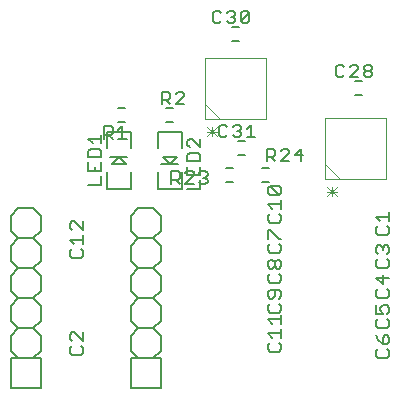
<source format=gto>
G75*
G70*
%OFA0B0*%
%FSLAX24Y24*%
%IPPOS*%
%LPD*%
%AMOC8*
5,1,8,0,0,1.08239X$1,22.5*
%
%ADD10C,0.0000*%
%ADD11C,0.0030*%
%ADD12C,0.0060*%
%ADD13C,0.0080*%
%ADD14C,0.0050*%
D10*
X007040Y010140D02*
X009060Y010140D01*
X009060Y012160D01*
X007040Y012160D01*
X007040Y010140D01*
X007040Y010560D02*
X007040Y010710D01*
X007040Y010640D02*
X007540Y010140D01*
X007610Y010140D02*
X007460Y010140D01*
X007720Y010140D02*
X007870Y010140D01*
X007980Y010140D02*
X008120Y010140D01*
X008230Y010140D02*
X008380Y010140D01*
X008490Y010140D02*
X008640Y010140D01*
X009060Y010560D02*
X009060Y010710D01*
X009060Y010820D02*
X009060Y010970D01*
X009060Y011080D02*
X009060Y011220D01*
X009060Y011330D02*
X009060Y011480D01*
X009060Y011590D02*
X009060Y011740D01*
X008640Y012160D02*
X008490Y012160D01*
X008380Y012160D02*
X008230Y012160D01*
X008120Y012160D02*
X007980Y012160D01*
X007870Y012160D02*
X007720Y012160D01*
X007610Y012160D02*
X007460Y012160D01*
X007040Y011740D02*
X007040Y011590D01*
X007040Y011480D02*
X007040Y011330D01*
X007040Y011220D02*
X007040Y011080D01*
X007040Y010970D02*
X007040Y010820D01*
X011040Y010160D02*
X011040Y008140D01*
X013060Y008140D01*
X013060Y010160D01*
X011040Y010160D01*
X011460Y010160D02*
X011610Y010160D01*
X011720Y010160D02*
X011870Y010160D01*
X011980Y010160D02*
X012120Y010160D01*
X012230Y010160D02*
X012380Y010160D01*
X012490Y010160D02*
X012640Y010160D01*
X013060Y009740D02*
X013060Y009590D01*
X013060Y009480D02*
X013060Y009330D01*
X013060Y009220D02*
X013060Y009080D01*
X013060Y008970D02*
X013060Y008820D01*
X013060Y008710D02*
X013060Y008560D01*
X012640Y008140D02*
X012490Y008140D01*
X012380Y008140D02*
X012230Y008140D01*
X012120Y008140D02*
X011980Y008140D01*
X011870Y008140D02*
X011720Y008140D01*
X011610Y008140D02*
X011460Y008140D01*
X011540Y008140D02*
X011040Y008640D01*
X011040Y008710D02*
X011040Y008560D01*
X011040Y008820D02*
X011040Y008970D01*
X011040Y009080D02*
X011040Y009220D01*
X011040Y009330D02*
X011040Y009480D01*
X011040Y009590D02*
X011040Y009740D01*
D11*
X011103Y007859D02*
X011417Y007545D01*
X011417Y007702D02*
X011103Y007702D01*
X011103Y007545D02*
X011417Y007859D01*
X011260Y007859D02*
X011260Y007545D01*
X007417Y009545D02*
X007103Y009859D01*
X007260Y009859D02*
X007260Y009545D01*
X007103Y009545D02*
X007417Y009859D01*
X007417Y009702D02*
X007103Y009702D01*
D12*
X008132Y009386D02*
X008368Y009386D01*
X008368Y008914D02*
X008132Y008914D01*
X007968Y008486D02*
X007732Y008486D01*
X007732Y008014D02*
X007968Y008014D01*
X008932Y008014D02*
X009168Y008014D01*
X009168Y008486D02*
X008932Y008486D01*
X005968Y010014D02*
X005732Y010014D01*
X005732Y010486D02*
X005968Y010486D01*
X004368Y010486D02*
X004132Y010486D01*
X004132Y010014D02*
X004368Y010014D01*
X007932Y012714D02*
X008168Y012714D01*
X008168Y013186D02*
X007932Y013186D01*
X012032Y011386D02*
X012268Y011386D01*
X012268Y010914D02*
X012032Y010914D01*
D13*
X001550Y001150D02*
X000550Y001150D01*
X000550Y002150D01*
X000800Y002150D01*
X001300Y002150D01*
X001550Y002150D01*
X001550Y001150D01*
X001300Y002150D02*
X001550Y002400D01*
X001550Y002900D01*
X001300Y003150D01*
X000800Y003150D01*
X000550Y003400D01*
X000550Y003900D01*
X000800Y004150D01*
X001300Y004150D01*
X001550Y003900D01*
X001550Y003400D01*
X001300Y003150D01*
X000800Y003150D02*
X000550Y002900D01*
X000550Y002400D01*
X000800Y002150D01*
X000800Y004150D02*
X000550Y004400D01*
X000550Y004900D01*
X000800Y005150D01*
X001300Y005150D01*
X001550Y004900D01*
X001550Y004400D01*
X001300Y004150D01*
X001300Y005150D02*
X001550Y005400D01*
X001550Y005900D01*
X001300Y006150D01*
X000800Y006150D01*
X000550Y006400D01*
X000550Y006900D01*
X000800Y007150D01*
X001300Y007150D01*
X001550Y006900D01*
X001550Y006400D01*
X001300Y006150D01*
X000800Y006150D02*
X000550Y005900D01*
X000550Y005400D01*
X000800Y005150D01*
X003756Y007805D02*
X004544Y007805D01*
X004544Y008356D01*
X004386Y008632D02*
X004150Y008868D01*
X003914Y008632D01*
X004386Y008632D01*
X004426Y008868D02*
X004150Y008868D01*
X003874Y008868D01*
X003756Y009144D02*
X003756Y009695D01*
X004544Y009695D01*
X004544Y009144D01*
X004410Y009465D02*
X004130Y009465D01*
X004270Y009465D02*
X004270Y009885D01*
X004130Y009745D01*
X003949Y009675D02*
X003879Y009605D01*
X003669Y009605D01*
X003560Y009601D02*
X003560Y009321D01*
X003560Y009461D02*
X003140Y009461D01*
X003280Y009321D01*
X003210Y009141D02*
X003140Y009071D01*
X003140Y008861D01*
X003560Y008861D01*
X003560Y009071D01*
X003490Y009141D01*
X003210Y009141D01*
X003140Y008681D02*
X003140Y008400D01*
X003560Y008400D01*
X003560Y008681D01*
X003350Y008541D02*
X003350Y008400D01*
X003560Y008220D02*
X003560Y007940D01*
X003140Y007940D01*
X003756Y007805D02*
X003756Y008356D01*
X003669Y009465D02*
X003669Y009885D01*
X003879Y009885D01*
X003949Y009815D01*
X003949Y009675D01*
X003809Y009605D02*
X003949Y009465D01*
X005456Y009695D02*
X005456Y009144D01*
X005614Y008868D02*
X005850Y008632D01*
X006086Y008868D01*
X005614Y008868D01*
X005574Y008632D02*
X005850Y008632D01*
X006126Y008632D01*
X006119Y008385D02*
X005909Y008385D01*
X005909Y007965D01*
X005909Y008105D02*
X006119Y008105D01*
X006189Y008175D01*
X006189Y008315D01*
X006119Y008385D01*
X006244Y008356D02*
X006244Y007805D01*
X005456Y007805D01*
X005456Y008356D01*
X006049Y008105D02*
X006189Y007965D01*
X006369Y007965D02*
X006649Y008245D01*
X006649Y008315D01*
X006579Y008385D01*
X006439Y008385D01*
X006369Y008315D01*
X006440Y008259D02*
X006860Y008259D01*
X006860Y008539D01*
X006900Y008385D02*
X007040Y008385D01*
X007110Y008315D01*
X007110Y008245D01*
X007040Y008175D01*
X007110Y008105D01*
X007110Y008035D01*
X007040Y007965D01*
X006900Y007965D01*
X006830Y008035D01*
X006860Y008079D02*
X006860Y007798D01*
X006440Y007798D01*
X006369Y007965D02*
X006649Y007965D01*
X006650Y008259D02*
X006650Y008399D01*
X006830Y008315D02*
X006900Y008385D01*
X006970Y008175D02*
X007040Y008175D01*
X006860Y008719D02*
X006440Y008719D01*
X006440Y008929D01*
X006510Y008999D01*
X006790Y008999D01*
X006860Y008929D01*
X006860Y008719D01*
X006440Y008539D02*
X006440Y008259D01*
X006244Y009144D02*
X006244Y009695D01*
X005456Y009695D01*
X005590Y010615D02*
X005590Y011035D01*
X005800Y011035D01*
X005870Y010965D01*
X005870Y010825D01*
X005800Y010755D01*
X005590Y010755D01*
X005730Y010755D02*
X005870Y010615D01*
X006050Y010615D02*
X006331Y010895D01*
X006331Y010965D01*
X006261Y011035D01*
X006120Y011035D01*
X006050Y010965D01*
X006050Y010615D02*
X006331Y010615D01*
X007490Y009865D02*
X007490Y009585D01*
X007560Y009515D01*
X007700Y009515D01*
X007770Y009585D01*
X007950Y009585D02*
X008020Y009515D01*
X008161Y009515D01*
X008231Y009585D01*
X008231Y009655D01*
X008161Y009725D01*
X008091Y009725D01*
X008161Y009725D02*
X008231Y009795D01*
X008231Y009865D01*
X008161Y009935D01*
X008020Y009935D01*
X007950Y009865D01*
X007770Y009865D02*
X007700Y009935D01*
X007560Y009935D01*
X007490Y009865D01*
X006860Y009460D02*
X006860Y009180D01*
X006580Y009460D01*
X006510Y009460D01*
X006440Y009390D01*
X006440Y009250D01*
X006510Y009180D01*
X008411Y009515D02*
X008691Y009515D01*
X008551Y009515D02*
X008551Y009935D01*
X008411Y009795D01*
X009090Y009135D02*
X009300Y009135D01*
X009370Y009065D01*
X009370Y008925D01*
X009300Y008855D01*
X009090Y008855D01*
X009090Y008715D02*
X009090Y009135D01*
X009230Y008855D02*
X009370Y008715D01*
X009550Y008715D02*
X009831Y008995D01*
X009831Y009065D01*
X009761Y009135D01*
X009620Y009135D01*
X009550Y009065D01*
X009550Y008715D02*
X009831Y008715D01*
X010011Y008925D02*
X010291Y008925D01*
X010221Y008715D02*
X010221Y009135D01*
X010011Y008925D01*
X011460Y011515D02*
X011600Y011515D01*
X011670Y011585D01*
X011850Y011515D02*
X012131Y011795D01*
X012131Y011865D01*
X012061Y011935D01*
X011920Y011935D01*
X011850Y011865D01*
X011670Y011865D02*
X011600Y011935D01*
X011460Y011935D01*
X011390Y011865D01*
X011390Y011585D01*
X011460Y011515D01*
X011850Y011515D02*
X012131Y011515D01*
X012311Y011585D02*
X012311Y011655D01*
X012381Y011725D01*
X012521Y011725D01*
X012591Y011655D01*
X012591Y011585D01*
X012521Y011515D01*
X012381Y011515D01*
X012311Y011585D01*
X012381Y011725D02*
X012311Y011795D01*
X012311Y011865D01*
X012381Y011935D01*
X012521Y011935D01*
X012591Y011865D01*
X012591Y011795D01*
X012521Y011725D01*
X008491Y013385D02*
X008421Y013315D01*
X008281Y013315D01*
X008211Y013385D01*
X008491Y013665D01*
X008491Y013385D01*
X008211Y013385D02*
X008211Y013665D01*
X008281Y013735D01*
X008421Y013735D01*
X008491Y013665D01*
X008031Y013665D02*
X008031Y013595D01*
X007961Y013525D01*
X008031Y013455D01*
X008031Y013385D01*
X007961Y013315D01*
X007820Y013315D01*
X007750Y013385D01*
X007570Y013385D02*
X007500Y013315D01*
X007360Y013315D01*
X007290Y013385D01*
X007290Y013665D01*
X007360Y013735D01*
X007500Y013735D01*
X007570Y013665D01*
X007750Y013665D02*
X007820Y013735D01*
X007961Y013735D01*
X008031Y013665D01*
X007961Y013525D02*
X007891Y013525D01*
X005300Y007150D02*
X004800Y007150D01*
X004550Y006900D01*
X004550Y006400D01*
X004800Y006150D01*
X005300Y006150D01*
X005550Y005900D01*
X005550Y005400D01*
X005300Y005150D01*
X004800Y005150D01*
X004550Y005400D01*
X004550Y005900D01*
X004800Y006150D01*
X005300Y006150D02*
X005550Y006400D01*
X005550Y006900D01*
X005300Y007150D01*
X005300Y005150D02*
X005550Y004900D01*
X005550Y004400D01*
X005300Y004150D01*
X004800Y004150D01*
X004550Y004400D01*
X004550Y004900D01*
X004800Y005150D01*
X004800Y004150D02*
X004550Y003900D01*
X004550Y003400D01*
X004800Y003150D01*
X005300Y003150D01*
X005550Y002900D01*
X005550Y002400D01*
X005300Y002150D01*
X005550Y002150D01*
X005550Y001150D01*
X004550Y001150D01*
X004550Y002150D01*
X004800Y002150D01*
X005300Y002150D01*
X004800Y002150D02*
X004550Y002400D01*
X004550Y002900D01*
X004800Y003150D01*
X005300Y003150D02*
X005550Y003400D01*
X005550Y003900D01*
X005300Y004150D01*
D14*
X002975Y003015D02*
X002975Y002715D01*
X002675Y003015D01*
X002600Y003015D01*
X002525Y002940D01*
X002525Y002790D01*
X002600Y002715D01*
X002600Y002554D02*
X002525Y002479D01*
X002525Y002329D01*
X002600Y002254D01*
X002900Y002254D01*
X002975Y002329D01*
X002975Y002479D01*
X002900Y002554D01*
X002900Y005494D02*
X002600Y005494D01*
X002525Y005569D01*
X002525Y005719D01*
X002600Y005794D01*
X002675Y005954D02*
X002525Y006104D01*
X002975Y006104D01*
X002975Y005954D02*
X002975Y006254D01*
X002975Y006415D02*
X002675Y006715D01*
X002600Y006715D01*
X002525Y006640D01*
X002525Y006490D01*
X002600Y006415D01*
X002975Y006415D02*
X002975Y006715D01*
X002900Y005794D02*
X002975Y005719D01*
X002975Y005569D01*
X002900Y005494D01*
X009125Y005361D02*
X009125Y005210D01*
X009200Y005135D01*
X009275Y005135D01*
X009350Y005210D01*
X009350Y005361D01*
X009425Y005436D01*
X009500Y005436D01*
X009575Y005361D01*
X009575Y005210D01*
X009500Y005135D01*
X009425Y005135D01*
X009350Y005210D01*
X009350Y005361D02*
X009275Y005436D01*
X009200Y005436D01*
X009125Y005361D01*
X009200Y005675D02*
X009500Y005675D01*
X009575Y005750D01*
X009575Y005900D01*
X009500Y005975D01*
X009500Y006135D02*
X009575Y006135D01*
X009500Y006135D02*
X009200Y006436D01*
X009125Y006436D01*
X009125Y006135D01*
X009200Y005975D02*
X009125Y005900D01*
X009125Y005750D01*
X009200Y005675D01*
X009200Y004975D02*
X009125Y004900D01*
X009125Y004750D01*
X009200Y004675D01*
X009500Y004675D01*
X009575Y004750D01*
X009575Y004900D01*
X009500Y004975D01*
X009500Y004436D02*
X009200Y004436D01*
X009125Y004361D01*
X009125Y004210D01*
X009200Y004135D01*
X009275Y004135D01*
X009350Y004210D01*
X009350Y004436D01*
X009500Y004436D02*
X009575Y004361D01*
X009575Y004210D01*
X009500Y004135D01*
X009500Y003975D02*
X009575Y003900D01*
X009575Y003750D01*
X009500Y003675D01*
X009200Y003675D01*
X009125Y003750D01*
X009125Y003900D01*
X009200Y003975D01*
X009575Y003596D02*
X009575Y003296D01*
X009575Y003446D02*
X009125Y003446D01*
X009275Y003296D01*
X009575Y003136D02*
X009575Y002835D01*
X009575Y002986D02*
X009125Y002986D01*
X009275Y002835D01*
X009200Y002675D02*
X009125Y002600D01*
X009125Y002450D01*
X009200Y002375D01*
X009500Y002375D01*
X009575Y002450D01*
X009575Y002600D01*
X009500Y002675D01*
X012725Y002915D02*
X012800Y002765D01*
X012950Y002615D01*
X012950Y002840D01*
X013025Y002915D01*
X013100Y002915D01*
X013175Y002840D01*
X013175Y002690D01*
X013100Y002615D01*
X012950Y002615D01*
X013100Y002454D02*
X013175Y002379D01*
X013175Y002229D01*
X013100Y002154D01*
X012800Y002154D01*
X012725Y002229D01*
X012725Y002379D01*
X012800Y002454D01*
X012800Y003154D02*
X013100Y003154D01*
X013175Y003229D01*
X013175Y003379D01*
X013100Y003454D01*
X013100Y003615D02*
X013175Y003690D01*
X013175Y003840D01*
X013100Y003915D01*
X012950Y003915D01*
X012875Y003840D01*
X012875Y003765D01*
X012950Y003615D01*
X012725Y003615D01*
X012725Y003915D01*
X012800Y004154D02*
X013100Y004154D01*
X013175Y004229D01*
X013175Y004379D01*
X013100Y004454D01*
X012950Y004615D02*
X012950Y004915D01*
X013175Y004840D02*
X012725Y004840D01*
X012950Y004615D01*
X012800Y004454D02*
X012725Y004379D01*
X012725Y004229D01*
X012800Y004154D01*
X012800Y003454D02*
X012725Y003379D01*
X012725Y003229D01*
X012800Y003154D01*
X012800Y005154D02*
X013100Y005154D01*
X013175Y005229D01*
X013175Y005379D01*
X013100Y005454D01*
X013100Y005615D02*
X013175Y005690D01*
X013175Y005840D01*
X013100Y005915D01*
X013025Y005915D01*
X012950Y005840D01*
X012950Y005765D01*
X012950Y005840D02*
X012875Y005915D01*
X012800Y005915D01*
X012725Y005840D01*
X012725Y005690D01*
X012800Y005615D01*
X012800Y005454D02*
X012725Y005379D01*
X012725Y005229D01*
X012800Y005154D01*
X012800Y006254D02*
X013100Y006254D01*
X013175Y006329D01*
X013175Y006479D01*
X013100Y006554D01*
X013175Y006715D02*
X013175Y007015D01*
X013175Y006865D02*
X012725Y006865D01*
X012875Y006715D01*
X012800Y006554D02*
X012725Y006479D01*
X012725Y006329D01*
X012800Y006254D01*
X009575Y006750D02*
X009500Y006675D01*
X009200Y006675D01*
X009125Y006750D01*
X009125Y006900D01*
X009200Y006975D01*
X009275Y007135D02*
X009125Y007286D01*
X009575Y007286D01*
X009575Y007436D02*
X009575Y007135D01*
X009500Y006975D02*
X009575Y006900D01*
X009575Y006750D01*
X009500Y007596D02*
X009200Y007596D01*
X009125Y007671D01*
X009125Y007821D01*
X009200Y007896D01*
X009500Y007596D01*
X009575Y007671D01*
X009575Y007821D01*
X009500Y007896D01*
X009200Y007896D01*
M02*

</source>
